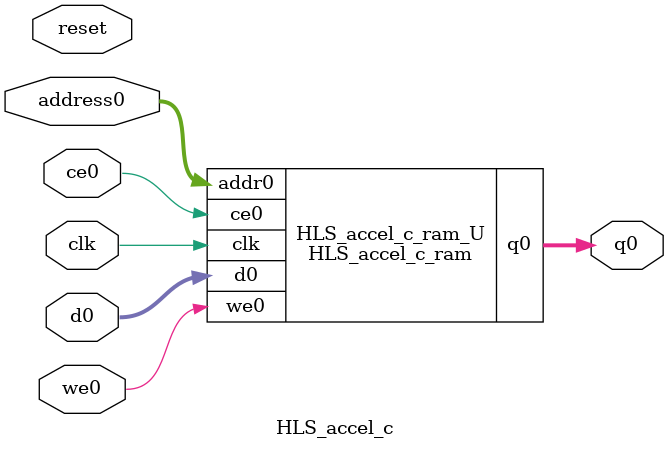
<source format=v>

`timescale 1 ns / 1 ps
module HLS_accel_c_ram (addr0, ce0, d0, we0, q0,  clk);

parameter DWIDTH = 32;
parameter AWIDTH = 15;
parameter MEM_SIZE = 25000;

input[AWIDTH-1:0] addr0;
input ce0;
input[DWIDTH-1:0] d0;
input we0;
output reg[DWIDTH-1:0] q0;
input clk;

(* ram_style = "block" *)reg [DWIDTH-1:0] ram[0:MEM_SIZE-1];




always @(posedge clk)  
begin 
    if (ce0) 
    begin
        if (we0) 
        begin 
            ram[addr0] <= d0; 
            q0 <= d0;
        end 
        else 
            q0 <= ram[addr0];
    end
end


endmodule


`timescale 1 ns / 1 ps
module HLS_accel_c(
    reset,
    clk,
    address0,
    ce0,
    we0,
    d0,
    q0);

parameter DataWidth = 32'd32;
parameter AddressRange = 32'd25000;
parameter AddressWidth = 32'd15;
input reset;
input clk;
input[AddressWidth - 1:0] address0;
input ce0;
input we0;
input[DataWidth - 1:0] d0;
output[DataWidth - 1:0] q0;



HLS_accel_c_ram HLS_accel_c_ram_U(
    .clk( clk ),
    .addr0( address0 ),
    .ce0( ce0 ),
    .d0( d0 ),
    .we0( we0 ),
    .q0( q0 ));

endmodule


</source>
